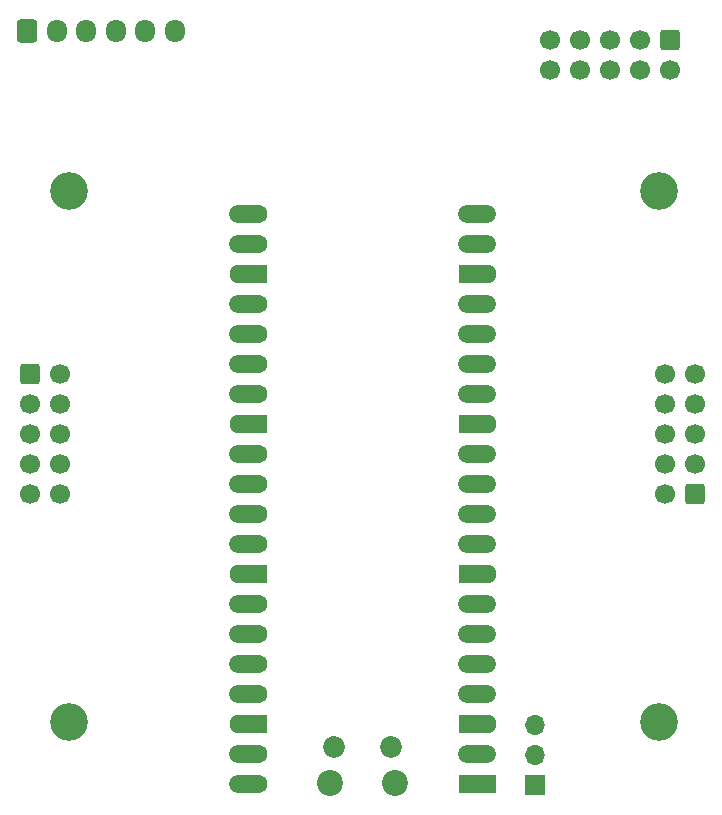
<source format=gts>
G04 #@! TF.GenerationSoftware,KiCad,Pcbnew,8.0.5*
G04 #@! TF.CreationDate,2024-10-05T13:15:26+02:00*
G04 #@! TF.ProjectId,auxboard,61757862-6f61-4726-942e-6b696361645f,rev?*
G04 #@! TF.SameCoordinates,Original*
G04 #@! TF.FileFunction,Soldermask,Top*
G04 #@! TF.FilePolarity,Negative*
%FSLAX46Y46*%
G04 Gerber Fmt 4.6, Leading zero omitted, Abs format (unit mm)*
G04 Created by KiCad (PCBNEW 8.0.5) date 2024-10-05 13:15:26*
%MOMM*%
%LPD*%
G01*
G04 APERTURE LIST*
G04 Aperture macros list*
%AMRoundRect*
0 Rectangle with rounded corners*
0 $1 Rounding radius*
0 $2 $3 $4 $5 $6 $7 $8 $9 X,Y pos of 4 corners*
0 Add a 4 corners polygon primitive as box body*
4,1,4,$2,$3,$4,$5,$6,$7,$8,$9,$2,$3,0*
0 Add four circle primitives for the rounded corners*
1,1,$1+$1,$2,$3*
1,1,$1+$1,$4,$5*
1,1,$1+$1,$6,$7*
1,1,$1+$1,$8,$9*
0 Add four rect primitives between the rounded corners*
20,1,$1+$1,$2,$3,$4,$5,0*
20,1,$1+$1,$4,$5,$6,$7,0*
20,1,$1+$1,$6,$7,$8,$9,0*
20,1,$1+$1,$8,$9,$2,$3,0*%
%AMFreePoly0*
4,1,28,0.178017,0.779942,0.347107,0.720775,0.498792,0.625465,0.625465,0.498792,0.720775,0.347107,0.779942,0.178017,0.800000,0.000000,0.779942,-0.178017,0.720775,-0.347107,0.625465,-0.498792,0.498792,-0.625465,0.347107,-0.720775,0.178017,-0.779942,0.000000,-0.800000,-2.200000,-0.800000,-2.205014,-0.794986,-2.244504,-0.794986,-2.324698,-0.756366,-2.380194,-0.686777,-2.400000,-0.600000,
-2.400000,0.600000,-2.380194,0.686777,-2.324698,0.756366,-2.244504,0.794986,-2.205014,0.794986,-2.200000,0.800000,0.000000,0.800000,0.178017,0.779942,0.178017,0.779942,$1*%
%AMFreePoly1*
4,1,28,0.605014,0.794986,0.644504,0.794986,0.724698,0.756366,0.780194,0.686777,0.800000,0.600000,0.800000,-0.600000,0.780194,-0.686777,0.724698,-0.756366,0.644504,-0.794986,0.605014,-0.794986,0.600000,-0.800000,0.000000,-0.800000,-0.178017,-0.779942,-0.347107,-0.720775,-0.498792,-0.625465,-0.625465,-0.498792,-0.720775,-0.347107,-0.779942,-0.178017,-0.800000,0.000000,-0.779942,0.178017,
-0.720775,0.347107,-0.625465,0.498792,-0.498792,0.625465,-0.347107,0.720775,-0.178017,0.779942,0.000000,0.800000,0.600000,0.800000,0.605014,0.794986,0.605014,0.794986,$1*%
%AMFreePoly2*
4,1,29,0.605014,0.794986,0.644504,0.794986,0.724698,0.756366,0.780194,0.686777,0.800000,0.600000,0.800000,-0.600000,0.780194,-0.686777,0.724698,-0.756366,0.644504,-0.794986,0.605014,-0.794986,0.600000,-0.800000,0.000000,-0.800000,-1.600000,-0.800000,-1.778017,-0.779942,-1.947107,-0.720775,-2.098792,-0.625465,-2.225465,-0.498792,-2.320775,-0.347107,-2.379942,-0.178017,-2.400000,0.000000,
-2.379942,0.178017,-2.320775,0.347107,-2.225465,0.498792,-2.098792,0.625465,-1.947107,0.720775,-1.778017,0.779942,-1.600000,0.800000,0.600000,0.800000,0.605014,0.794986,0.605014,0.794986,$1*%
%AMFreePoly3*
4,1,28,0.178017,0.779942,0.347107,0.720775,0.498792,0.625465,0.625465,0.498792,0.720775,0.347107,0.779942,0.178017,0.800000,0.000000,0.779942,-0.178017,0.720775,-0.347107,0.625465,-0.498792,0.498792,-0.625465,0.347107,-0.720775,0.178017,-0.779942,0.000000,-0.800000,-0.600000,-0.800000,-0.605014,-0.794986,-0.644504,-0.794986,-0.724698,-0.756366,-0.780194,-0.686777,-0.800000,-0.600000,
-0.800000,0.600000,-0.780194,0.686777,-0.724698,0.756366,-0.644504,0.794986,-0.605014,0.794986,-0.600000,0.800000,0.000000,0.800000,0.178017,0.779942,0.178017,0.779942,$1*%
%AMFreePoly4*
4,1,29,1.778017,0.779942,1.947107,0.720775,2.098792,0.625465,2.225465,0.498792,2.320775,0.347107,2.379942,0.178017,2.400000,0.000000,2.379942,-0.178017,2.320775,-0.347107,2.225465,-0.498792,2.098792,-0.625465,1.947107,-0.720775,1.778017,-0.779942,1.600000,-0.800000,0.000000,-0.800000,-0.600000,-0.800000,-0.605014,-0.794986,-0.644504,-0.794986,-0.724698,-0.756366,-0.780194,-0.686777,
-0.800000,-0.600000,-0.800000,0.600000,-0.780194,0.686777,-0.724698,0.756366,-0.644504,0.794986,-0.605014,0.794986,-0.600000,0.800000,1.600000,0.800000,1.778017,0.779942,1.778017,0.779942,$1*%
G04 Aperture macros list end*
%ADD10C,3.200000*%
%ADD11RoundRect,0.250000X-0.600000X0.600000X-0.600000X-0.600000X0.600000X-0.600000X0.600000X0.600000X0*%
%ADD12C,1.700000*%
%ADD13RoundRect,0.250000X-0.600000X-0.600000X0.600000X-0.600000X0.600000X0.600000X-0.600000X0.600000X0*%
%ADD14RoundRect,0.250000X-0.600000X-0.725000X0.600000X-0.725000X0.600000X0.725000X-0.600000X0.725000X0*%
%ADD15O,1.700000X1.950000*%
%ADD16RoundRect,0.250000X0.600000X0.600000X-0.600000X0.600000X-0.600000X-0.600000X0.600000X-0.600000X0*%
%ADD17C,2.200000*%
%ADD18C,1.850000*%
%ADD19RoundRect,0.200000X0.600000X0.600000X-0.600000X0.600000X-0.600000X-0.600000X0.600000X-0.600000X0*%
%ADD20FreePoly0,180.000000*%
%ADD21C,1.600000*%
%ADD22RoundRect,0.800000X0.800000X0.000010X-0.800000X0.000010X-0.800000X-0.000010X0.800000X-0.000010X0*%
%ADD23FreePoly1,180.000000*%
%ADD24FreePoly2,180.000000*%
%ADD25FreePoly3,180.000000*%
%ADD26FreePoly4,180.000000*%
%ADD27R,1.700000X1.700000*%
%ADD28O,1.700000X1.700000*%
G04 APERTURE END LIST*
D10*
X157500000Y-67500000D03*
D11*
X158410000Y-54750000D03*
D12*
X158410000Y-57290000D03*
X155870000Y-54750000D03*
X155870000Y-57290000D03*
X153330000Y-54750000D03*
X153330000Y-57290000D03*
X150790000Y-54750000D03*
X150790000Y-57290000D03*
X148250000Y-54750000D03*
X148250000Y-57290000D03*
D10*
X107500000Y-67500000D03*
D13*
X104210000Y-83000000D03*
D12*
X106750000Y-83000000D03*
X104210000Y-85540000D03*
X106750000Y-85540000D03*
X104210000Y-88080000D03*
X106750000Y-88080000D03*
X104210000Y-90620000D03*
X106750000Y-90620000D03*
X104210000Y-93160000D03*
X106750000Y-93160000D03*
D10*
X107500000Y-112500000D03*
X157500000Y-112500000D03*
D14*
X104000000Y-54000000D03*
D15*
X106500000Y-54000000D03*
X109000000Y-54000000D03*
X111500000Y-54000000D03*
X114000000Y-54000000D03*
X116500000Y-54000000D03*
D16*
X160540000Y-93160000D03*
D12*
X158000000Y-93160000D03*
X160540000Y-90620000D03*
X158000000Y-90620000D03*
X160540000Y-88080000D03*
X158000000Y-88080000D03*
X160540000Y-85540000D03*
X158000000Y-85540000D03*
X160540000Y-83000000D03*
X158000000Y-83000000D03*
D17*
X135115000Y-117630000D03*
D18*
X134815000Y-114600000D03*
X129965000Y-114600000D03*
D17*
X129665000Y-117630000D03*
D19*
X141280000Y-117760000D03*
D20*
X141280000Y-117760000D03*
D21*
X141280000Y-115220000D03*
D22*
X142080000Y-115220000D03*
D23*
X141280000Y-112680000D03*
D24*
X141280000Y-112680000D03*
D21*
X141280000Y-110140000D03*
D22*
X142080000Y-110140000D03*
D21*
X141280000Y-107600000D03*
D22*
X142080000Y-107600000D03*
D21*
X141280000Y-105060000D03*
D22*
X142080000Y-105060000D03*
D21*
X141280000Y-102520000D03*
D22*
X142080000Y-102520000D03*
D23*
X141280000Y-99980000D03*
D24*
X141280000Y-99980000D03*
D21*
X141280000Y-97440000D03*
D22*
X142080000Y-97440000D03*
D21*
X141280000Y-94900000D03*
D22*
X142080000Y-94900000D03*
D21*
X141280000Y-92360000D03*
D22*
X142080000Y-92360000D03*
D21*
X141280000Y-89820000D03*
D22*
X142080000Y-89820000D03*
D23*
X141280000Y-87280000D03*
D24*
X141280000Y-87280000D03*
D21*
X141280000Y-84740000D03*
D22*
X142080000Y-84740000D03*
D21*
X141280000Y-82200000D03*
D22*
X142080000Y-82200000D03*
D21*
X141280000Y-79660000D03*
D22*
X142080000Y-79660000D03*
D21*
X141280000Y-77120000D03*
D22*
X142080000Y-77120000D03*
D23*
X141280000Y-74580000D03*
D24*
X141280000Y-74580000D03*
D21*
X141280000Y-72040000D03*
D22*
X142080000Y-72040000D03*
D21*
X141280000Y-69500000D03*
D22*
X142080000Y-69500000D03*
D21*
X123500000Y-69500000D03*
D22*
X122700000Y-69500000D03*
D21*
X123500000Y-72040000D03*
D22*
X122700000Y-72040000D03*
D25*
X123500000Y-74580000D03*
D26*
X123500000Y-74580000D03*
D21*
X123500000Y-77120000D03*
D22*
X122700000Y-77120000D03*
D21*
X123500000Y-79660000D03*
D22*
X122700000Y-79660000D03*
D21*
X123500000Y-82200000D03*
D22*
X122700000Y-82200000D03*
D21*
X123500000Y-84740000D03*
D22*
X122700000Y-84740000D03*
D25*
X123500000Y-87280000D03*
D26*
X123500000Y-87280000D03*
D21*
X123500000Y-89820000D03*
D22*
X122700000Y-89820000D03*
D21*
X123500000Y-92360000D03*
D22*
X122700000Y-92360000D03*
D21*
X123500000Y-94900000D03*
D22*
X122700000Y-94900000D03*
D21*
X123500000Y-97440000D03*
D22*
X122700000Y-97440000D03*
D25*
X123500000Y-99980000D03*
D26*
X123500000Y-99980000D03*
D21*
X123500000Y-102520000D03*
D22*
X122700000Y-102520000D03*
D21*
X123500000Y-105060000D03*
D22*
X122700000Y-105060000D03*
D21*
X123500000Y-107600000D03*
D22*
X122700000Y-107600000D03*
D21*
X123500000Y-110140000D03*
D22*
X122700000Y-110140000D03*
D25*
X123500000Y-112680000D03*
D26*
X123500000Y-112680000D03*
D21*
X123500000Y-115220000D03*
D22*
X122700000Y-115220000D03*
D21*
X123500000Y-117760000D03*
D22*
X122700000Y-117760000D03*
D27*
X147000000Y-117830000D03*
D28*
X147000000Y-115290000D03*
X147000000Y-112750000D03*
M02*

</source>
